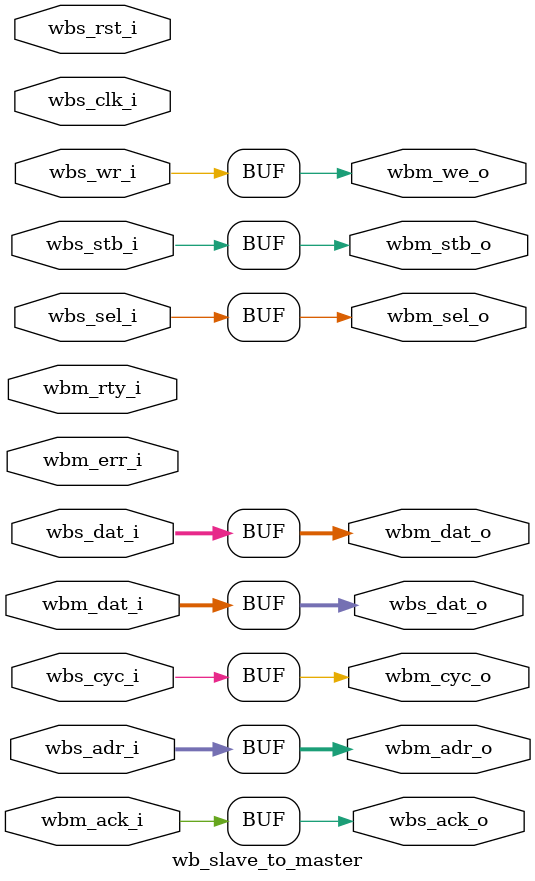
<source format=v>
`timescale 1ns/1ps
module wb_slave_to_master
			(
			//nrst_i,
			//clk_i,
			//mcs51_ale,
			//mcs51_rd,
			//mcs51_wr,
			//mcs51_ad_inout,

		 //wishbone slave interface
			input 						wbs_clk_i,
		  input 						wbs_rst_i,
			 	//slave wishbone interface
			input 		 				wbs_sel_i,
			input			 				wbs_wr_i,
			input[7:0] 				wbs_adr_i,
			input[7:0] 				wbs_dat_i,
			output[7:0] 			wbs_dat_o,
			input 						wbs_stb_i,
			input							wbs_cyc_i,
			output 						wbs_ack_o,

			//wishbone master interface
      output[7:0]				wbm_adr_o,
      input[7:0]				wbm_dat_i,
      output[7:0]				wbm_dat_o,
      output						wbm_sel_o,
      output						wbm_cyc_o,
      output						wbm_stb_o,
      output            wbm_we_o,
      input             wbm_ack_i,
      input							wbm_rty_i,
      input							wbm_err_i
      );
//--
//always @( posedge wb_rst_i or posedge wb_rst_i )
//begin
//
//end




//--
//parameter mcs51_aw = 8 ;
//parameter wb_aw = 16;
//--
//input nrst_i;
//input clk_i;
//input mcs51_ale;
//input mcs51_rd;
//input mcs51_wr;
//inout [mcs51_aw-1:0] mcs51_ad_inout;

// WISHBONE master interface
//output [wb_aw-1:0]  wbm_adr_o;
//input  [7:0]   			wbm_dat_i;
//output [7:0]   			wbm_dat_o;
//output         			wbm_sel_o;
//output         			wbm_cyc_o;
//output         			wbm_stb_o;
//output         			wbm_we_o;
//input          			wbm_ack_i;
//input          			wbm_rty_i;
//input          			wbm_err_i;

//wire  							l_wbm_stb;
//wire  							mcs51_ad_oe;
//
//reg   [mcs51_aw-1:0]   mcs51_addr;
//
//   always @(negedge mcs51_ale or negedge nrst_i)
//      if (~nrst_i)
//         begin
//            mcs51_addr <= {{wb_aw}{1'b0}};
//         end
//      else if(~mcs51_ale)     // Latch address
//         mcs51_addr <= { {{16-mcs51_aw}{1'b0}} , mcs51_ad_inout[mcs51_aw-1:0] };
//
//   assign mcs51_ad_oe = ~mcs51_rd;

assign wbm_adr_o 	= wbs_adr_i;
assign wbm_we_o 	= wbs_wr_i;
assign wbm_stb_o 	= wbs_stb_i;
assign wbm_cyc_o 	= wbs_cyc_i;
assign wbs_dat_o 	= wbm_dat_i;
assign wbm_sel_o 	= wbs_sel_i;
assign wbs_ack_o 	= wbm_ack_i;
assign wbm_dat_o 	= wbs_dat_i;
endmodule

</source>
